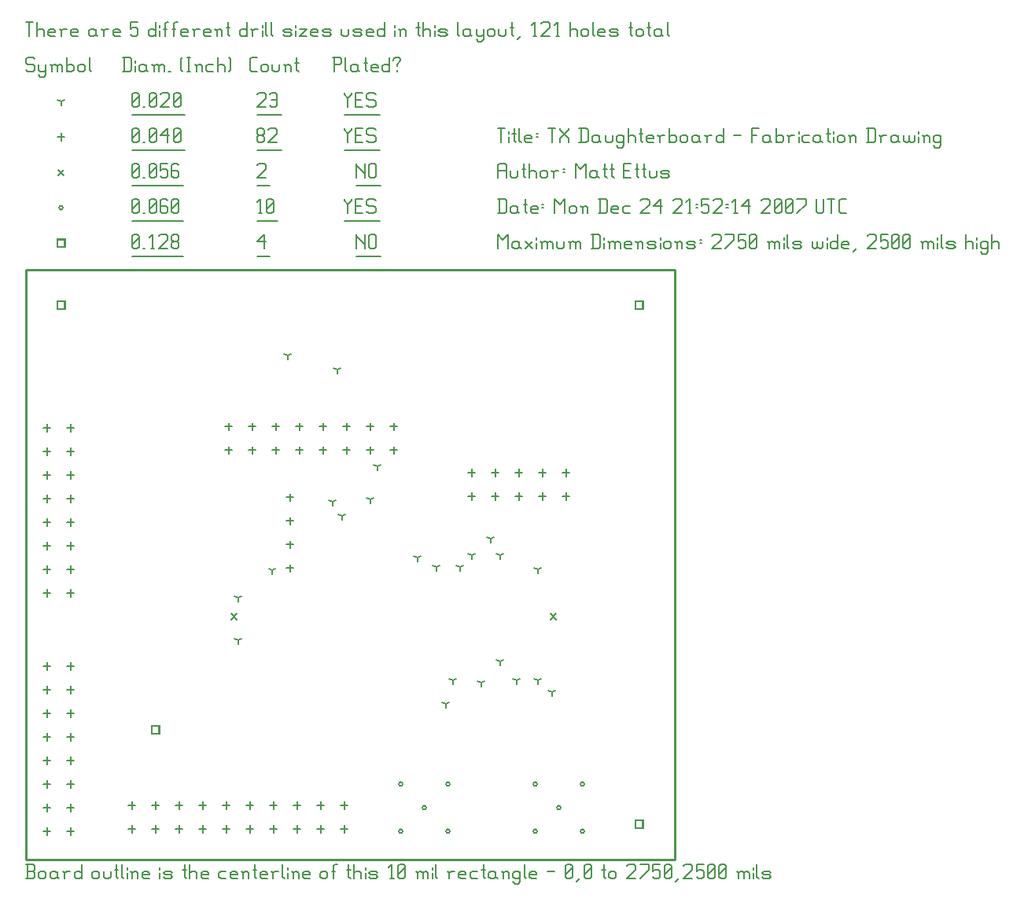
<source format=gbr>
G04 start of page 14 for group -3984 idx -3984
G04 Title: TX Daughterboard, fab *
G04 Creator: pcb 20070208 *
G04 CreationDate: Mon Dec 24 21:52:14 2007 UTC *
G04 For: matt *
G04 Format: Gerber/RS-274X *
G04 PCB-Dimensions: 275000 250000 *
G04 PCB-Coordinate-Origin: lower left *
%MOIN*%
%FSLAX24Y24*%
%LNFAB*%
%ADD11C,0.0100*%
%ADD12C,0.0060*%
%ADD29R,0.0080X0.0080*%
G54D29*X1340Y23660D02*X1660D01*
X1340D02*Y23340D01*
X1660D01*
Y23660D02*Y23340D01*
X25840Y23660D02*X26160D01*
X25840D02*Y23340D01*
X26160D01*
Y23660D02*Y23340D01*
X25840Y1660D02*X26160D01*
X25840D02*Y1340D01*
X26160D01*
Y1660D02*Y1340D01*
X5340Y5660D02*X5660D01*
X5340D02*Y5340D01*
X5660D01*
Y5660D02*Y5340D01*
X1340Y26285D02*X1660D01*
X1340D02*Y25965D01*
X1660D01*
Y26285D02*Y25965D01*
G54D12*X14000Y26500D02*Y25900D01*
Y26500D02*Y26425D01*
X14375Y26050D01*
Y26500D02*Y25900D01*
X14555Y26425D02*Y25975D01*
Y26425D02*X14630Y26500D01*
X14780D01*
X14855Y26425D01*
Y25975D01*
X14780Y25900D02*X14855Y25975D01*
X14630Y25900D02*X14780D01*
X14555Y25975D02*X14630Y25900D01*
X14000Y25574D02*X15035D01*
X9800Y26200D02*X10100Y26500D01*
X9800Y26200D02*X10175D01*
X10100Y26500D02*Y25900D01*
X9800Y25574D02*X10355D01*
X4500Y25975D02*X4575Y25900D01*
X4500Y26425D02*Y25975D01*
Y26425D02*X4575Y26500D01*
X4725D01*
X4800Y26425D01*
Y25975D01*
X4725Y25900D02*X4800Y25975D01*
X4575Y25900D02*X4725D01*
X4500Y26050D02*X4800Y26350D01*
X4980Y25900D02*X5055D01*
X5310D02*X5460D01*
X5385Y26500D02*Y25900D01*
X5235Y26350D02*X5385Y26500D01*
X5640Y26425D02*X5715Y26500D01*
X5940D01*
X6015Y26425D01*
Y26275D01*
X5640Y25900D02*X6015Y26275D01*
X5640Y25900D02*X6015D01*
X6195Y25975D02*X6270Y25900D01*
X6195Y26125D02*Y25975D01*
Y26125D02*X6270Y26200D01*
X6420D01*
X6495Y26125D01*
Y25975D01*
X6420Y25900D02*X6495Y25975D01*
X6270Y25900D02*X6420D01*
X6195Y26275D02*X6270Y26200D01*
X6195Y26425D02*Y26275D01*
Y26425D02*X6270Y26500D01*
X6420D01*
X6495Y26425D01*
Y26275D01*
X6420Y26200D02*X6495Y26275D01*
X4500Y25574D02*X6675D01*
X22520Y2200D02*G75*G03X22680Y2200I80J0D01*G01*
G75*G03X22520Y2200I-80J0D01*G01*
X21520Y1200D02*G75*G03X21680Y1200I80J0D01*G01*
G75*G03X21520Y1200I-80J0D01*G01*
Y3200D02*G75*G03X21680Y3200I80J0D01*G01*
G75*G03X21520Y3200I-80J0D01*G01*
X23520Y1200D02*G75*G03X23680Y1200I80J0D01*G01*
G75*G03X23520Y1200I-80J0D01*G01*
Y3200D02*G75*G03X23680Y3200I80J0D01*G01*
G75*G03X23520Y3200I-80J0D01*G01*
X16820Y2200D02*G75*G03X16980Y2200I80J0D01*G01*
G75*G03X16820Y2200I-80J0D01*G01*
X15820Y1200D02*G75*G03X15980Y1200I80J0D01*G01*
G75*G03X15820Y1200I-80J0D01*G01*
Y3200D02*G75*G03X15980Y3200I80J0D01*G01*
G75*G03X15820Y3200I-80J0D01*G01*
X17820Y1200D02*G75*G03X17980Y1200I80J0D01*G01*
G75*G03X17820Y1200I-80J0D01*G01*
Y3200D02*G75*G03X17980Y3200I80J0D01*G01*
G75*G03X17820Y3200I-80J0D01*G01*
X1420Y27625D02*G75*G03X1580Y27625I80J0D01*G01*
G75*G03X1420Y27625I-80J0D01*G01*
X13500Y28000D02*Y27925D01*
X13650Y27775D01*
X13800Y27925D01*
Y28000D02*Y27925D01*
X13650Y27775D02*Y27400D01*
X13980Y27700D02*X14205D01*
X13980Y27400D02*X14280D01*
X13980Y28000D02*Y27400D01*
Y28000D02*X14280D01*
X14760D02*X14835Y27925D01*
X14535Y28000D02*X14760D01*
X14460Y27925D02*X14535Y28000D01*
X14460Y27925D02*Y27775D01*
X14535Y27700D01*
X14760D01*
X14835Y27625D01*
Y27475D01*
X14760Y27400D02*X14835Y27475D01*
X14535Y27400D02*X14760D01*
X14460Y27475D02*X14535Y27400D01*
X13500Y27074D02*X15015D01*
X9875Y27400D02*X10025D01*
X9950Y28000D02*Y27400D01*
X9800Y27850D02*X9950Y28000D01*
X10205Y27475D02*X10280Y27400D01*
X10205Y27925D02*Y27475D01*
Y27925D02*X10280Y28000D01*
X10430D01*
X10505Y27925D01*
Y27475D01*
X10430Y27400D02*X10505Y27475D01*
X10280Y27400D02*X10430D01*
X10205Y27550D02*X10505Y27850D01*
X9800Y27074D02*X10685D01*
X4500Y27475D02*X4575Y27400D01*
X4500Y27925D02*Y27475D01*
Y27925D02*X4575Y28000D01*
X4725D01*
X4800Y27925D01*
Y27475D01*
X4725Y27400D02*X4800Y27475D01*
X4575Y27400D02*X4725D01*
X4500Y27550D02*X4800Y27850D01*
X4980Y27400D02*X5055D01*
X5235Y27475D02*X5310Y27400D01*
X5235Y27925D02*Y27475D01*
Y27925D02*X5310Y28000D01*
X5460D01*
X5535Y27925D01*
Y27475D01*
X5460Y27400D02*X5535Y27475D01*
X5310Y27400D02*X5460D01*
X5235Y27550D02*X5535Y27850D01*
X5940Y28000D02*X6015Y27925D01*
X5790Y28000D02*X5940D01*
X5715Y27925D02*X5790Y28000D01*
X5715Y27925D02*Y27475D01*
X5790Y27400D01*
X5940Y27700D02*X6015Y27625D01*
X5715Y27700D02*X5940D01*
X5790Y27400D02*X5940D01*
X6015Y27475D01*
Y27625D02*Y27475D01*
X6195D02*X6270Y27400D01*
X6195Y27925D02*Y27475D01*
Y27925D02*X6270Y28000D01*
X6420D01*
X6495Y27925D01*
Y27475D01*
X6420Y27400D02*X6495Y27475D01*
X6270Y27400D02*X6420D01*
X6195Y27550D02*X6495Y27850D01*
X4500Y27074D02*X6675D01*
X8710Y10420D02*X8950Y10180D01*
X8710D02*X8950Y10420D01*
X22253D02*X22493Y10180D01*
X22253D02*X22493Y10420D01*
X1380Y29245D02*X1620Y29005D01*
X1380D02*X1620Y29245D01*
X14000Y29500D02*Y28900D01*
Y29500D02*Y29425D01*
X14375Y29050D01*
Y29500D02*Y28900D01*
X14555Y29425D02*Y28975D01*
Y29425D02*X14630Y29500D01*
X14780D01*
X14855Y29425D01*
Y28975D01*
X14780Y28900D02*X14855Y28975D01*
X14630Y28900D02*X14780D01*
X14555Y28975D02*X14630Y28900D01*
X14000Y28574D02*X15035D01*
X9800Y29425D02*X9875Y29500D01*
X10100D01*
X10175Y29425D01*
Y29275D01*
X9800Y28900D02*X10175Y29275D01*
X9800Y28900D02*X10175D01*
X9800Y28574D02*X10355D01*
X4500Y28975D02*X4575Y28900D01*
X4500Y29425D02*Y28975D01*
Y29425D02*X4575Y29500D01*
X4725D01*
X4800Y29425D01*
Y28975D01*
X4725Y28900D02*X4800Y28975D01*
X4575Y28900D02*X4725D01*
X4500Y29050D02*X4800Y29350D01*
X4980Y28900D02*X5055D01*
X5235Y28975D02*X5310Y28900D01*
X5235Y29425D02*Y28975D01*
Y29425D02*X5310Y29500D01*
X5460D01*
X5535Y29425D01*
Y28975D01*
X5460Y28900D02*X5535Y28975D01*
X5310Y28900D02*X5460D01*
X5235Y29050D02*X5535Y29350D01*
X5715Y29500D02*X6015D01*
X5715D02*Y29200D01*
X5790Y29275D01*
X5940D01*
X6015Y29200D01*
Y28975D01*
X5940Y28900D02*X6015Y28975D01*
X5790Y28900D02*X5940D01*
X5715Y28975D02*X5790Y28900D01*
X6420Y29500D02*X6495Y29425D01*
X6270Y29500D02*X6420D01*
X6195Y29425D02*X6270Y29500D01*
X6195Y29425D02*Y28975D01*
X6270Y28900D01*
X6420Y29200D02*X6495Y29125D01*
X6195Y29200D02*X6420D01*
X6270Y28900D02*X6420D01*
X6495Y28975D01*
Y29125D02*Y28975D01*
X4500Y28574D02*X6675D01*
X8600Y17510D02*Y17190D01*
X8440Y17350D02*X8760D01*
X8600Y18510D02*Y18190D01*
X8440Y18350D02*X8760D01*
X9600Y17510D02*Y17190D01*
X9440Y17350D02*X9760D01*
X9600Y18510D02*Y18190D01*
X9440Y18350D02*X9760D01*
X10600Y17510D02*Y17190D01*
X10440Y17350D02*X10760D01*
X10600Y18510D02*Y18190D01*
X10440Y18350D02*X10760D01*
X11600Y17510D02*Y17190D01*
X11440Y17350D02*X11760D01*
X11600Y18510D02*Y18190D01*
X11440Y18350D02*X11760D01*
X12600Y17510D02*Y17190D01*
X12440Y17350D02*X12760D01*
X12600Y18510D02*Y18190D01*
X12440Y18350D02*X12760D01*
X13600Y17510D02*Y17190D01*
X13440Y17350D02*X13760D01*
X13600Y18510D02*Y18190D01*
X13440Y18350D02*X13760D01*
X14600Y17510D02*Y17190D01*
X14440Y17350D02*X14760D01*
X14600Y18510D02*Y18190D01*
X14440Y18350D02*X14760D01*
X15600Y17510D02*Y17190D01*
X15440Y17350D02*X15760D01*
X15600Y18510D02*Y18190D01*
X15440Y18350D02*X15760D01*
X1900Y11460D02*Y11140D01*
X1740Y11300D02*X2060D01*
X900Y11460D02*Y11140D01*
X740Y11300D02*X1060D01*
X1900Y12460D02*Y12140D01*
X1740Y12300D02*X2060D01*
X900Y12460D02*Y12140D01*
X740Y12300D02*X1060D01*
X1900Y13460D02*Y13140D01*
X1740Y13300D02*X2060D01*
X900Y13460D02*Y13140D01*
X740Y13300D02*X1060D01*
X1900Y14460D02*Y14140D01*
X1740Y14300D02*X2060D01*
X900Y14460D02*Y14140D01*
X740Y14300D02*X1060D01*
X1900Y15460D02*Y15140D01*
X1740Y15300D02*X2060D01*
X900Y15460D02*Y15140D01*
X740Y15300D02*X1060D01*
X1900Y16460D02*Y16140D01*
X1740Y16300D02*X2060D01*
X900Y16460D02*Y16140D01*
X740Y16300D02*X1060D01*
X1900Y17460D02*Y17140D01*
X1740Y17300D02*X2060D01*
X900Y17460D02*Y17140D01*
X740Y17300D02*X1060D01*
X1900Y18460D02*Y18140D01*
X1740Y18300D02*X2060D01*
X900Y18460D02*Y18140D01*
X740Y18300D02*X1060D01*
X4500Y1460D02*Y1140D01*
X4340Y1300D02*X4660D01*
X4500Y2460D02*Y2140D01*
X4340Y2300D02*X4660D01*
X5500Y1460D02*Y1140D01*
X5340Y1300D02*X5660D01*
X5500Y2460D02*Y2140D01*
X5340Y2300D02*X5660D01*
X6500Y1460D02*Y1140D01*
X6340Y1300D02*X6660D01*
X6500Y2460D02*Y2140D01*
X6340Y2300D02*X6660D01*
X7500Y1460D02*Y1140D01*
X7340Y1300D02*X7660D01*
X7500Y2460D02*Y2140D01*
X7340Y2300D02*X7660D01*
X8500Y1460D02*Y1140D01*
X8340Y1300D02*X8660D01*
X8500Y2460D02*Y2140D01*
X8340Y2300D02*X8660D01*
X9500Y1460D02*Y1140D01*
X9340Y1300D02*X9660D01*
X9500Y2460D02*Y2140D01*
X9340Y2300D02*X9660D01*
X10500Y1460D02*Y1140D01*
X10340Y1300D02*X10660D01*
X10500Y2460D02*Y2140D01*
X10340Y2300D02*X10660D01*
X11500Y1460D02*Y1140D01*
X11340Y1300D02*X11660D01*
X11500Y2460D02*Y2140D01*
X11340Y2300D02*X11660D01*
X12500Y1460D02*Y1140D01*
X12340Y1300D02*X12660D01*
X12500Y2460D02*Y2140D01*
X12340Y2300D02*X12660D01*
X13500Y1460D02*Y1140D01*
X13340Y1300D02*X13660D01*
X13500Y2460D02*Y2140D01*
X13340Y2300D02*X13660D01*
X18900Y15560D02*Y15240D01*
X18740Y15400D02*X19060D01*
X18900Y16560D02*Y16240D01*
X18740Y16400D02*X19060D01*
X19900Y15560D02*Y15240D01*
X19740Y15400D02*X20060D01*
X19900Y16560D02*Y16240D01*
X19740Y16400D02*X20060D01*
X20900Y15560D02*Y15240D01*
X20740Y15400D02*X21060D01*
X20900Y16560D02*Y16240D01*
X20740Y16400D02*X21060D01*
X21900Y15560D02*Y15240D01*
X21740Y15400D02*X22060D01*
X21900Y16560D02*Y16240D01*
X21740Y16400D02*X22060D01*
X22900Y15560D02*Y15240D01*
X22740Y15400D02*X23060D01*
X22900Y16560D02*Y16240D01*
X22740Y16400D02*X23060D01*
X11200Y12510D02*Y12190D01*
X11040Y12350D02*X11360D01*
X11200Y13510D02*Y13190D01*
X11040Y13350D02*X11360D01*
X11200Y14510D02*Y14190D01*
X11040Y14350D02*X11360D01*
X11200Y15510D02*Y15190D01*
X11040Y15350D02*X11360D01*
X1900Y1360D02*Y1040D01*
X1740Y1200D02*X2060D01*
X900Y1360D02*Y1040D01*
X740Y1200D02*X1060D01*
X1900Y2360D02*Y2040D01*
X1740Y2200D02*X2060D01*
X900Y2360D02*Y2040D01*
X740Y2200D02*X1060D01*
X1900Y3360D02*Y3040D01*
X1740Y3200D02*X2060D01*
X900Y3360D02*Y3040D01*
X740Y3200D02*X1060D01*
X1900Y4360D02*Y4040D01*
X1740Y4200D02*X2060D01*
X900Y4360D02*Y4040D01*
X740Y4200D02*X1060D01*
X1900Y5360D02*Y5040D01*
X1740Y5200D02*X2060D01*
X900Y5360D02*Y5040D01*
X740Y5200D02*X1060D01*
X1900Y6360D02*Y6040D01*
X1740Y6200D02*X2060D01*
X900Y6360D02*Y6040D01*
X740Y6200D02*X1060D01*
X1900Y7360D02*Y7040D01*
X1740Y7200D02*X2060D01*
X900Y7360D02*Y7040D01*
X740Y7200D02*X1060D01*
X1900Y8360D02*Y8040D01*
X1740Y8200D02*X2060D01*
X900Y8360D02*Y8040D01*
X740Y8200D02*X1060D01*
X1500Y30785D02*Y30465D01*
X1340Y30625D02*X1660D01*
X13500Y31000D02*Y30925D01*
X13650Y30775D01*
X13800Y30925D01*
Y31000D02*Y30925D01*
X13650Y30775D02*Y30400D01*
X13980Y30700D02*X14205D01*
X13980Y30400D02*X14280D01*
X13980Y31000D02*Y30400D01*
Y31000D02*X14280D01*
X14760D02*X14835Y30925D01*
X14535Y31000D02*X14760D01*
X14460Y30925D02*X14535Y31000D01*
X14460Y30925D02*Y30775D01*
X14535Y30700D01*
X14760D01*
X14835Y30625D01*
Y30475D01*
X14760Y30400D02*X14835Y30475D01*
X14535Y30400D02*X14760D01*
X14460Y30475D02*X14535Y30400D01*
X13500Y30074D02*X15015D01*
X9800Y30475D02*X9875Y30400D01*
X9800Y30625D02*Y30475D01*
Y30625D02*X9875Y30700D01*
X10025D01*
X10100Y30625D01*
Y30475D01*
X10025Y30400D02*X10100Y30475D01*
X9875Y30400D02*X10025D01*
X9800Y30775D02*X9875Y30700D01*
X9800Y30925D02*Y30775D01*
Y30925D02*X9875Y31000D01*
X10025D01*
X10100Y30925D01*
Y30775D01*
X10025Y30700D02*X10100Y30775D01*
X10280Y30925D02*X10355Y31000D01*
X10580D01*
X10655Y30925D01*
Y30775D01*
X10280Y30400D02*X10655Y30775D01*
X10280Y30400D02*X10655D01*
X9800Y30074D02*X10835D01*
X4500Y30475D02*X4575Y30400D01*
X4500Y30925D02*Y30475D01*
Y30925D02*X4575Y31000D01*
X4725D01*
X4800Y30925D01*
Y30475D01*
X4725Y30400D02*X4800Y30475D01*
X4575Y30400D02*X4725D01*
X4500Y30550D02*X4800Y30850D01*
X4980Y30400D02*X5055D01*
X5235Y30475D02*X5310Y30400D01*
X5235Y30925D02*Y30475D01*
Y30925D02*X5310Y31000D01*
X5460D01*
X5535Y30925D01*
Y30475D01*
X5460Y30400D02*X5535Y30475D01*
X5310Y30400D02*X5460D01*
X5235Y30550D02*X5535Y30850D01*
X5715Y30700D02*X6015Y31000D01*
X5715Y30700D02*X6090D01*
X6015Y31000D02*Y30400D01*
X6270Y30475D02*X6345Y30400D01*
X6270Y30925D02*Y30475D01*
Y30925D02*X6345Y31000D01*
X6495D01*
X6570Y30925D01*
Y30475D01*
X6495Y30400D02*X6570Y30475D01*
X6345Y30400D02*X6495D01*
X6270Y30550D02*X6570Y30850D01*
X4500Y30074D02*X6750D01*
X13200Y20750D02*Y20590D01*
Y20750D02*X13338Y20830D01*
X13200Y20750D02*X13061Y20830D01*
X11100Y21350D02*Y21190D01*
Y21350D02*X11238Y21430D01*
X11100Y21350D02*X10961Y21430D01*
X18900Y12900D02*Y12740D01*
Y12900D02*X19038Y12980D01*
X18900Y12900D02*X18761Y12980D01*
X20100Y12900D02*Y12740D01*
Y12900D02*X20238Y12980D01*
X20100Y12900D02*X19961Y12980D01*
X19700Y13600D02*Y13440D01*
Y13600D02*X19838Y13680D01*
X19700Y13600D02*X19561Y13680D01*
X17400Y12400D02*Y12240D01*
Y12400D02*X17538Y12480D01*
X17400Y12400D02*X17261Y12480D01*
X21700Y7600D02*Y7440D01*
Y7600D02*X21838Y7680D01*
X21700Y7600D02*X21561Y7680D01*
X21700Y12300D02*Y12140D01*
Y12300D02*X21838Y12380D01*
X21700Y12300D02*X21561Y12380D01*
X19300Y7500D02*Y7340D01*
Y7500D02*X19438Y7580D01*
X19300Y7500D02*X19161Y7580D01*
X20800Y7600D02*Y7440D01*
Y7600D02*X20938Y7680D01*
X20800Y7600D02*X20661Y7680D01*
X20100Y8400D02*Y8240D01*
Y8400D02*X20238Y8480D01*
X20100Y8400D02*X19961Y8480D01*
X18100Y7600D02*Y7440D01*
Y7600D02*X18238Y7680D01*
X18100Y7600D02*X17961Y7680D01*
X17800Y6600D02*Y6440D01*
Y6600D02*X17938Y6680D01*
X17800Y6600D02*X17661Y6680D01*
X18400Y12400D02*Y12240D01*
Y12400D02*X18538Y12480D01*
X18400Y12400D02*X18261Y12480D01*
X9000Y11100D02*Y10940D01*
Y11100D02*X9138Y11180D01*
X9000Y11100D02*X8861Y11180D01*
X9000Y9300D02*Y9140D01*
Y9300D02*X9138Y9380D01*
X9000Y9300D02*X8861Y9380D01*
X16600Y12800D02*Y12640D01*
Y12800D02*X16738Y12880D01*
X16600Y12800D02*X16461Y12880D01*
X10450Y12250D02*Y12090D01*
Y12250D02*X10588Y12330D01*
X10450Y12250D02*X10311Y12330D01*
X14900Y16650D02*Y16490D01*
Y16650D02*X15038Y16730D01*
X14900Y16650D02*X14761Y16730D01*
X14600Y15250D02*Y15090D01*
Y15250D02*X14738Y15330D01*
X14600Y15250D02*X14461Y15330D01*
X13000Y15150D02*Y14990D01*
Y15150D02*X13138Y15230D01*
X13000Y15150D02*X12861Y15230D01*
X13400Y14550D02*Y14390D01*
Y14550D02*X13538Y14630D01*
X13400Y14550D02*X13261Y14630D01*
X22300Y7100D02*Y6940D01*
Y7100D02*X22438Y7180D01*
X22300Y7100D02*X22161Y7180D01*
X1500Y32125D02*Y31965D01*
Y32125D02*X1638Y32205D01*
X1500Y32125D02*X1361Y32205D01*
X13500Y32500D02*Y32425D01*
X13650Y32275D01*
X13800Y32425D01*
Y32500D02*Y32425D01*
X13650Y32275D02*Y31900D01*
X13980Y32200D02*X14205D01*
X13980Y31900D02*X14280D01*
X13980Y32500D02*Y31900D01*
Y32500D02*X14280D01*
X14760D02*X14835Y32425D01*
X14535Y32500D02*X14760D01*
X14460Y32425D02*X14535Y32500D01*
X14460Y32425D02*Y32275D01*
X14535Y32200D01*
X14760D01*
X14835Y32125D01*
Y31975D01*
X14760Y31900D02*X14835Y31975D01*
X14535Y31900D02*X14760D01*
X14460Y31975D02*X14535Y31900D01*
X13500Y31574D02*X15015D01*
X9800Y32425D02*X9875Y32500D01*
X10100D01*
X10175Y32425D01*
Y32275D01*
X9800Y31900D02*X10175Y32275D01*
X9800Y31900D02*X10175D01*
X10355Y32425D02*X10430Y32500D01*
X10580D01*
X10655Y32425D01*
Y31975D01*
X10580Y31900D02*X10655Y31975D01*
X10430Y31900D02*X10580D01*
X10355Y31975D02*X10430Y31900D01*
Y32200D02*X10655D01*
X9800Y31574D02*X10835D01*
X4500Y31975D02*X4575Y31900D01*
X4500Y32425D02*Y31975D01*
Y32425D02*X4575Y32500D01*
X4725D01*
X4800Y32425D01*
Y31975D01*
X4725Y31900D02*X4800Y31975D01*
X4575Y31900D02*X4725D01*
X4500Y32050D02*X4800Y32350D01*
X4980Y31900D02*X5055D01*
X5235Y31975D02*X5310Y31900D01*
X5235Y32425D02*Y31975D01*
Y32425D02*X5310Y32500D01*
X5460D01*
X5535Y32425D01*
Y31975D01*
X5460Y31900D02*X5535Y31975D01*
X5310Y31900D02*X5460D01*
X5235Y32050D02*X5535Y32350D01*
X5715Y32425D02*X5790Y32500D01*
X6015D01*
X6090Y32425D01*
Y32275D01*
X5715Y31900D02*X6090Y32275D01*
X5715Y31900D02*X6090D01*
X6270Y31975D02*X6345Y31900D01*
X6270Y32425D02*Y31975D01*
Y32425D02*X6345Y32500D01*
X6495D01*
X6570Y32425D01*
Y31975D01*
X6495Y31900D02*X6570Y31975D01*
X6345Y31900D02*X6495D01*
X6270Y32050D02*X6570Y32350D01*
X4500Y31574D02*X6750D01*
X300Y34000D02*X375Y33925D01*
X75Y34000D02*X300D01*
X0Y33925D02*X75Y34000D01*
X0Y33925D02*Y33775D01*
X75Y33700D01*
X300D01*
X375Y33625D01*
Y33475D01*
X300Y33400D02*X375Y33475D01*
X75Y33400D02*X300D01*
X0Y33475D02*X75Y33400D01*
X555Y33700D02*Y33475D01*
X630Y33400D01*
X855Y33700D02*Y33250D01*
X780Y33175D02*X855Y33250D01*
X630Y33175D02*X780D01*
X555Y33250D02*X630Y33175D01*
Y33400D02*X780D01*
X855Y33475D01*
X1110Y33625D02*Y33400D01*
Y33625D02*X1185Y33700D01*
X1260D01*
X1335Y33625D01*
Y33400D01*
Y33625D02*X1410Y33700D01*
X1485D01*
X1560Y33625D01*
Y33400D01*
X1035Y33700D02*X1110Y33625D01*
X1740Y34000D02*Y33400D01*
Y33475D02*X1815Y33400D01*
X1965D01*
X2040Y33475D01*
Y33625D02*Y33475D01*
X1965Y33700D02*X2040Y33625D01*
X1815Y33700D02*X1965D01*
X1740Y33625D02*X1815Y33700D01*
X2220Y33625D02*Y33475D01*
Y33625D02*X2295Y33700D01*
X2445D01*
X2520Y33625D01*
Y33475D01*
X2445Y33400D02*X2520Y33475D01*
X2295Y33400D02*X2445D01*
X2220Y33475D02*X2295Y33400D01*
X2700Y34000D02*Y33475D01*
X2775Y33400D01*
X4175Y34000D02*Y33400D01*
X4400Y34000D02*X4475Y33925D01*
Y33475D01*
X4400Y33400D02*X4475Y33475D01*
X4100Y33400D02*X4400D01*
X4100Y34000D02*X4400D01*
X4655Y33850D02*Y33775D01*
Y33625D02*Y33400D01*
X5030Y33700D02*X5105Y33625D01*
X4880Y33700D02*X5030D01*
X4805Y33625D02*X4880Y33700D01*
X4805Y33625D02*Y33475D01*
X4880Y33400D01*
X5105Y33700D02*Y33475D01*
X5180Y33400D01*
X4880D02*X5030D01*
X5105Y33475D01*
X5435Y33625D02*Y33400D01*
Y33625D02*X5510Y33700D01*
X5585D01*
X5660Y33625D01*
Y33400D01*
Y33625D02*X5735Y33700D01*
X5810D01*
X5885Y33625D01*
Y33400D01*
X5360Y33700D02*X5435Y33625D01*
X6065Y33400D02*X6140D01*
X6590Y33475D02*X6665Y33400D01*
X6590Y33925D02*X6665Y34000D01*
X6590Y33925D02*Y33475D01*
X6845Y34000D02*X6995D01*
X6920D02*Y33400D01*
X6845D02*X6995D01*
X7251Y33625D02*Y33400D01*
Y33625D02*X7326Y33700D01*
X7401D01*
X7476Y33625D01*
Y33400D01*
X7176Y33700D02*X7251Y33625D01*
X7731Y33700D02*X7956D01*
X7656Y33625D02*X7731Y33700D01*
X7656Y33625D02*Y33475D01*
X7731Y33400D01*
X7956D01*
X8136Y34000D02*Y33400D01*
Y33625D02*X8211Y33700D01*
X8361D01*
X8436Y33625D01*
Y33400D01*
X8616Y34000D02*X8691Y33925D01*
Y33475D01*
X8616Y33400D02*X8691Y33475D01*
X9575Y33400D02*X9800D01*
X9500Y33475D02*X9575Y33400D01*
X9500Y33925D02*Y33475D01*
Y33925D02*X9575Y34000D01*
X9800D01*
X9980Y33625D02*Y33475D01*
Y33625D02*X10055Y33700D01*
X10205D01*
X10280Y33625D01*
Y33475D01*
X10205Y33400D02*X10280Y33475D01*
X10055Y33400D02*X10205D01*
X9980Y33475D02*X10055Y33400D01*
X10460Y33700D02*Y33475D01*
X10535Y33400D01*
X10685D01*
X10760Y33475D01*
Y33700D02*Y33475D01*
X11015Y33625D02*Y33400D01*
Y33625D02*X11090Y33700D01*
X11165D01*
X11240Y33625D01*
Y33400D01*
X10940Y33700D02*X11015Y33625D01*
X11495Y34000D02*Y33475D01*
X11570Y33400D01*
X11420Y33775D02*X11570D01*
X13075Y34000D02*Y33400D01*
X13000Y34000D02*X13300D01*
X13375Y33925D01*
Y33775D01*
X13300Y33700D02*X13375Y33775D01*
X13075Y33700D02*X13300D01*
X13555Y34000D02*Y33475D01*
X13630Y33400D01*
X14005Y33700D02*X14080Y33625D01*
X13855Y33700D02*X14005D01*
X13780Y33625D02*X13855Y33700D01*
X13780Y33625D02*Y33475D01*
X13855Y33400D01*
X14080Y33700D02*Y33475D01*
X14155Y33400D01*
X13855D02*X14005D01*
X14080Y33475D01*
X14410Y34000D02*Y33475D01*
X14485Y33400D01*
X14335Y33775D02*X14485D01*
X14710Y33400D02*X14935D01*
X14635Y33475D02*X14710Y33400D01*
X14635Y33625D02*Y33475D01*
Y33625D02*X14710Y33700D01*
X14860D01*
X14935Y33625D01*
X14635Y33550D02*X14935D01*
Y33625D02*Y33550D01*
X15415Y34000D02*Y33400D01*
X15340D02*X15415Y33475D01*
X15190Y33400D02*X15340D01*
X15115Y33475D02*X15190Y33400D01*
X15115Y33625D02*Y33475D01*
Y33625D02*X15190Y33700D01*
X15340D01*
X15415Y33625D01*
X15745Y33700D02*Y33625D01*
Y33475D02*Y33400D01*
X15595Y33925D02*Y33850D01*
Y33925D02*X15670Y34000D01*
X15820D01*
X15895Y33925D01*
Y33850D01*
X15745Y33700D02*X15895Y33850D01*
X0Y35500D02*X300D01*
X150D02*Y34900D01*
X480Y35500D02*Y34900D01*
Y35125D02*X555Y35200D01*
X705D01*
X780Y35125D01*
Y34900D01*
X1035D02*X1260D01*
X960Y34975D02*X1035Y34900D01*
X960Y35125D02*Y34975D01*
Y35125D02*X1035Y35200D01*
X1185D01*
X1260Y35125D01*
X960Y35050D02*X1260D01*
Y35125D02*Y35050D01*
X1515Y35125D02*Y34900D01*
Y35125D02*X1590Y35200D01*
X1740D01*
X1440D02*X1515Y35125D01*
X1995Y34900D02*X2220D01*
X1920Y34975D02*X1995Y34900D01*
X1920Y35125D02*Y34975D01*
Y35125D02*X1995Y35200D01*
X2145D01*
X2220Y35125D01*
X1920Y35050D02*X2220D01*
Y35125D02*Y35050D01*
X2895Y35200D02*X2970Y35125D01*
X2745Y35200D02*X2895D01*
X2670Y35125D02*X2745Y35200D01*
X2670Y35125D02*Y34975D01*
X2745Y34900D01*
X2970Y35200D02*Y34975D01*
X3045Y34900D01*
X2745D02*X2895D01*
X2970Y34975D01*
X3300Y35125D02*Y34900D01*
Y35125D02*X3375Y35200D01*
X3525D01*
X3225D02*X3300Y35125D01*
X3781Y34900D02*X4006D01*
X3706Y34975D02*X3781Y34900D01*
X3706Y35125D02*Y34975D01*
Y35125D02*X3781Y35200D01*
X3931D01*
X4006Y35125D01*
X3706Y35050D02*X4006D01*
Y35125D02*Y35050D01*
X4456Y35500D02*X4756D01*
X4456D02*Y35200D01*
X4531Y35275D01*
X4681D01*
X4756Y35200D01*
Y34975D01*
X4681Y34900D02*X4756Y34975D01*
X4531Y34900D02*X4681D01*
X4456Y34975D02*X4531Y34900D01*
X5506Y35500D02*Y34900D01*
X5431D02*X5506Y34975D01*
X5281Y34900D02*X5431D01*
X5206Y34975D02*X5281Y34900D01*
X5206Y35125D02*Y34975D01*
Y35125D02*X5281Y35200D01*
X5431D01*
X5506Y35125D01*
X5686Y35350D02*Y35275D01*
Y35125D02*Y34900D01*
X5911Y35425D02*Y34900D01*
Y35425D02*X5986Y35500D01*
X6061D01*
X5836Y35200D02*X5986D01*
X6286Y35425D02*Y34900D01*
Y35425D02*X6361Y35500D01*
X6436D01*
X6211Y35200D02*X6361D01*
X6661Y34900D02*X6886D01*
X6586Y34975D02*X6661Y34900D01*
X6586Y35125D02*Y34975D01*
Y35125D02*X6661Y35200D01*
X6811D01*
X6886Y35125D01*
X6586Y35050D02*X6886D01*
Y35125D02*Y35050D01*
X7142Y35125D02*Y34900D01*
Y35125D02*X7217Y35200D01*
X7367D01*
X7067D02*X7142Y35125D01*
X7622Y34900D02*X7847D01*
X7547Y34975D02*X7622Y34900D01*
X7547Y35125D02*Y34975D01*
Y35125D02*X7622Y35200D01*
X7772D01*
X7847Y35125D01*
X7547Y35050D02*X7847D01*
Y35125D02*Y35050D01*
X8102Y35125D02*Y34900D01*
Y35125D02*X8177Y35200D01*
X8252D01*
X8327Y35125D01*
Y34900D01*
X8027Y35200D02*X8102Y35125D01*
X8582Y35500D02*Y34975D01*
X8657Y34900D01*
X8507Y35275D02*X8657D01*
X9377Y35500D02*Y34900D01*
X9302D02*X9377Y34975D01*
X9152Y34900D02*X9302D01*
X9077Y34975D02*X9152Y34900D01*
X9077Y35125D02*Y34975D01*
Y35125D02*X9152Y35200D01*
X9302D01*
X9377Y35125D01*
X9632D02*Y34900D01*
Y35125D02*X9707Y35200D01*
X9857D01*
X9557D02*X9632Y35125D01*
X10038Y35350D02*Y35275D01*
Y35125D02*Y34900D01*
X10188Y35500D02*Y34975D01*
X10263Y34900D01*
X10413Y35500D02*Y34975D01*
X10488Y34900D01*
X10983D02*X11208D01*
X11283Y34975D01*
X11208Y35050D02*X11283Y34975D01*
X10983Y35050D02*X11208D01*
X10908Y35125D02*X10983Y35050D01*
X10908Y35125D02*X10983Y35200D01*
X11208D01*
X11283Y35125D01*
X10908Y34975D02*X10983Y34900D01*
X11463Y35350D02*Y35275D01*
Y35125D02*Y34900D01*
X11613Y35200D02*X11913D01*
X11613Y34900D02*X11913Y35200D01*
X11613Y34900D02*X11913D01*
X12168D02*X12393D01*
X12093Y34975D02*X12168Y34900D01*
X12093Y35125D02*Y34975D01*
Y35125D02*X12168Y35200D01*
X12318D01*
X12393Y35125D01*
X12093Y35050D02*X12393D01*
Y35125D02*Y35050D01*
X12649Y34900D02*X12874D01*
X12949Y34975D01*
X12874Y35050D02*X12949Y34975D01*
X12649Y35050D02*X12874D01*
X12574Y35125D02*X12649Y35050D01*
X12574Y35125D02*X12649Y35200D01*
X12874D01*
X12949Y35125D01*
X12574Y34975D02*X12649Y34900D01*
X13399Y35200D02*Y34975D01*
X13474Y34900D01*
X13624D01*
X13699Y34975D01*
Y35200D02*Y34975D01*
X13954Y34900D02*X14179D01*
X14254Y34975D01*
X14179Y35050D02*X14254Y34975D01*
X13954Y35050D02*X14179D01*
X13879Y35125D02*X13954Y35050D01*
X13879Y35125D02*X13954Y35200D01*
X14179D01*
X14254Y35125D01*
X13879Y34975D02*X13954Y34900D01*
X14509D02*X14734D01*
X14434Y34975D02*X14509Y34900D01*
X14434Y35125D02*Y34975D01*
Y35125D02*X14509Y35200D01*
X14659D01*
X14734Y35125D01*
X14434Y35050D02*X14734D01*
Y35125D02*Y35050D01*
X15214Y35500D02*Y34900D01*
X15139D02*X15214Y34975D01*
X14989Y34900D02*X15139D01*
X14914Y34975D02*X14989Y34900D01*
X14914Y35125D02*Y34975D01*
Y35125D02*X14989Y35200D01*
X15139D01*
X15214Y35125D01*
X15664Y35350D02*Y35275D01*
Y35125D02*Y34900D01*
X15889Y35125D02*Y34900D01*
Y35125D02*X15964Y35200D01*
X16039D01*
X16114Y35125D01*
Y34900D01*
X15814Y35200D02*X15889Y35125D01*
X16640Y35500D02*Y34975D01*
X16715Y34900D01*
X16565Y35275D02*X16715D01*
X16865Y35500D02*Y34900D01*
Y35125D02*X16940Y35200D01*
X17090D01*
X17165Y35125D01*
Y34900D01*
X17345Y35350D02*Y35275D01*
Y35125D02*Y34900D01*
X17570D02*X17795D01*
X17870Y34975D01*
X17795Y35050D02*X17870Y34975D01*
X17570Y35050D02*X17795D01*
X17495Y35125D02*X17570Y35050D01*
X17495Y35125D02*X17570Y35200D01*
X17795D01*
X17870Y35125D01*
X17495Y34975D02*X17570Y34900D01*
X18320Y35500D02*Y34975D01*
X18395Y34900D01*
X18770Y35200D02*X18845Y35125D01*
X18620Y35200D02*X18770D01*
X18545Y35125D02*X18620Y35200D01*
X18545Y35125D02*Y34975D01*
X18620Y34900D01*
X18845Y35200D02*Y34975D01*
X18920Y34900D01*
X18620D02*X18770D01*
X18845Y34975D01*
X19101Y35200D02*Y34975D01*
X19176Y34900D01*
X19401Y35200D02*Y34750D01*
X19326Y34675D02*X19401Y34750D01*
X19176Y34675D02*X19326D01*
X19101Y34750D02*X19176Y34675D01*
Y34900D02*X19326D01*
X19401Y34975D01*
X19581Y35125D02*Y34975D01*
Y35125D02*X19656Y35200D01*
X19806D01*
X19881Y35125D01*
Y34975D01*
X19806Y34900D02*X19881Y34975D01*
X19656Y34900D02*X19806D01*
X19581Y34975D02*X19656Y34900D01*
X20061Y35200D02*Y34975D01*
X20136Y34900D01*
X20286D01*
X20361Y34975D01*
Y35200D02*Y34975D01*
X20616Y35500D02*Y34975D01*
X20691Y34900D01*
X20541Y35275D02*X20691D01*
X20841Y34750D02*X20991Y34900D01*
X21516D02*X21666D01*
X21591Y35500D02*Y34900D01*
X21441Y35350D02*X21591Y35500D01*
X21846Y35425D02*X21921Y35500D01*
X22146D01*
X22221Y35425D01*
Y35275D01*
X21846Y34900D02*X22221Y35275D01*
X21846Y34900D02*X22221D01*
X22477D02*X22627D01*
X22552Y35500D02*Y34900D01*
X22402Y35350D02*X22552Y35500D01*
X23077D02*Y34900D01*
Y35125D02*X23152Y35200D01*
X23302D01*
X23377Y35125D01*
Y34900D01*
X23557Y35125D02*Y34975D01*
Y35125D02*X23632Y35200D01*
X23782D01*
X23857Y35125D01*
Y34975D01*
X23782Y34900D02*X23857Y34975D01*
X23632Y34900D02*X23782D01*
X23557Y34975D02*X23632Y34900D01*
X24037Y35500D02*Y34975D01*
X24112Y34900D01*
X24337D02*X24562D01*
X24262Y34975D02*X24337Y34900D01*
X24262Y35125D02*Y34975D01*
Y35125D02*X24337Y35200D01*
X24487D01*
X24562Y35125D01*
X24262Y35050D02*X24562D01*
Y35125D02*Y35050D01*
X24817Y34900D02*X25042D01*
X25117Y34975D01*
X25042Y35050D02*X25117Y34975D01*
X24817Y35050D02*X25042D01*
X24742Y35125D02*X24817Y35050D01*
X24742Y35125D02*X24817Y35200D01*
X25042D01*
X25117Y35125D01*
X24742Y34975D02*X24817Y34900D01*
X25642Y35500D02*Y34975D01*
X25717Y34900D01*
X25567Y35275D02*X25717D01*
X25868Y35125D02*Y34975D01*
Y35125D02*X25943Y35200D01*
X26093D01*
X26168Y35125D01*
Y34975D01*
X26093Y34900D02*X26168Y34975D01*
X25943Y34900D02*X26093D01*
X25868Y34975D02*X25943Y34900D01*
X26423Y35500D02*Y34975D01*
X26498Y34900D01*
X26348Y35275D02*X26498D01*
X26873Y35200D02*X26948Y35125D01*
X26723Y35200D02*X26873D01*
X26648Y35125D02*X26723Y35200D01*
X26648Y35125D02*Y34975D01*
X26723Y34900D01*
X26948Y35200D02*Y34975D01*
X27023Y34900D01*
X26723D02*X26873D01*
X26948Y34975D01*
X27203Y35500D02*Y34975D01*
X27278Y34900D01*
G54D11*X0Y25000D02*X27500D01*
X0D02*Y0D01*
X27500Y25000D02*Y0D01*
X0D02*X27500D01*
G54D12*X20000Y26500D02*Y25900D01*
Y26500D02*X20225Y26275D01*
X20450Y26500D01*
Y25900D01*
X20855Y26200D02*X20930Y26125D01*
X20705Y26200D02*X20855D01*
X20630Y26125D02*X20705Y26200D01*
X20630Y26125D02*Y25975D01*
X20705Y25900D01*
X20930Y26200D02*Y25975D01*
X21005Y25900D01*
X20705D02*X20855D01*
X20930Y25975D01*
X21185Y26200D02*X21485Y25900D01*
X21185D02*X21485Y26200D01*
X21665Y26350D02*Y26275D01*
Y26125D02*Y25900D01*
X21890Y26125D02*Y25900D01*
Y26125D02*X21965Y26200D01*
X22040D01*
X22115Y26125D01*
Y25900D01*
Y26125D02*X22190Y26200D01*
X22265D01*
X22340Y26125D01*
Y25900D01*
X21815Y26200D02*X21890Y26125D01*
X22520Y26200D02*Y25975D01*
X22595Y25900D01*
X22745D01*
X22820Y25975D01*
Y26200D02*Y25975D01*
X23075Y26125D02*Y25900D01*
Y26125D02*X23150Y26200D01*
X23225D01*
X23300Y26125D01*
Y25900D01*
Y26125D02*X23375Y26200D01*
X23450D01*
X23525Y26125D01*
Y25900D01*
X23000Y26200D02*X23075Y26125D01*
X24051Y26500D02*Y25900D01*
X24276Y26500D02*X24351Y26425D01*
Y25975D01*
X24276Y25900D02*X24351Y25975D01*
X23976Y25900D02*X24276D01*
X23976Y26500D02*X24276D01*
X24531Y26350D02*Y26275D01*
Y26125D02*Y25900D01*
X24756Y26125D02*Y25900D01*
Y26125D02*X24831Y26200D01*
X24906D01*
X24981Y26125D01*
Y25900D01*
Y26125D02*X25056Y26200D01*
X25131D01*
X25206Y26125D01*
Y25900D01*
X24681Y26200D02*X24756Y26125D01*
X25461Y25900D02*X25686D01*
X25386Y25975D02*X25461Y25900D01*
X25386Y26125D02*Y25975D01*
Y26125D02*X25461Y26200D01*
X25611D01*
X25686Y26125D01*
X25386Y26050D02*X25686D01*
Y26125D02*Y26050D01*
X25941Y26125D02*Y25900D01*
Y26125D02*X26016Y26200D01*
X26091D01*
X26166Y26125D01*
Y25900D01*
X25866Y26200D02*X25941Y26125D01*
X26421Y25900D02*X26646D01*
X26721Y25975D01*
X26646Y26050D02*X26721Y25975D01*
X26421Y26050D02*X26646D01*
X26346Y26125D02*X26421Y26050D01*
X26346Y26125D02*X26421Y26200D01*
X26646D01*
X26721Y26125D01*
X26346Y25975D02*X26421Y25900D01*
X26901Y26350D02*Y26275D01*
Y26125D02*Y25900D01*
X27052Y26125D02*Y25975D01*
Y26125D02*X27127Y26200D01*
X27277D01*
X27352Y26125D01*
Y25975D01*
X27277Y25900D02*X27352Y25975D01*
X27127Y25900D02*X27277D01*
X27052Y25975D02*X27127Y25900D01*
X27607Y26125D02*Y25900D01*
Y26125D02*X27682Y26200D01*
X27757D01*
X27832Y26125D01*
Y25900D01*
X27532Y26200D02*X27607Y26125D01*
X28087Y25900D02*X28312D01*
X28387Y25975D01*
X28312Y26050D02*X28387Y25975D01*
X28087Y26050D02*X28312D01*
X28012Y26125D02*X28087Y26050D01*
X28012Y26125D02*X28087Y26200D01*
X28312D01*
X28387Y26125D01*
X28012Y25975D02*X28087Y25900D01*
X28567Y26275D02*X28642D01*
X28567Y26125D02*X28642D01*
X29092Y26425D02*X29167Y26500D01*
X29392D01*
X29467Y26425D01*
Y26275D01*
X29092Y25900D02*X29467Y26275D01*
X29092Y25900D02*X29467D01*
X29647D02*X30022Y26275D01*
Y26500D02*Y26275D01*
X29647Y26500D02*X30022D01*
X30203D02*X30503D01*
X30203D02*Y26200D01*
X30278Y26275D01*
X30428D01*
X30503Y26200D01*
Y25975D01*
X30428Y25900D02*X30503Y25975D01*
X30278Y25900D02*X30428D01*
X30203Y25975D02*X30278Y25900D01*
X30683Y25975D02*X30758Y25900D01*
X30683Y26425D02*Y25975D01*
Y26425D02*X30758Y26500D01*
X30908D01*
X30983Y26425D01*
Y25975D01*
X30908Y25900D02*X30983Y25975D01*
X30758Y25900D02*X30908D01*
X30683Y26050D02*X30983Y26350D01*
X31508Y26125D02*Y25900D01*
Y26125D02*X31583Y26200D01*
X31658D01*
X31733Y26125D01*
Y25900D01*
Y26125D02*X31808Y26200D01*
X31883D01*
X31958Y26125D01*
Y25900D01*
X31433Y26200D02*X31508Y26125D01*
X32138Y26350D02*Y26275D01*
Y26125D02*Y25900D01*
X32288Y26500D02*Y25975D01*
X32363Y25900D01*
X32588D02*X32813D01*
X32888Y25975D01*
X32813Y26050D02*X32888Y25975D01*
X32588Y26050D02*X32813D01*
X32513Y26125D02*X32588Y26050D01*
X32513Y26125D02*X32588Y26200D01*
X32813D01*
X32888Y26125D01*
X32513Y25975D02*X32588Y25900D01*
X33338Y26200D02*Y25975D01*
X33413Y25900D01*
X33488D01*
X33563Y25975D01*
Y26200D02*Y25975D01*
X33638Y25900D01*
X33713D01*
X33788Y25975D01*
Y26200D02*Y25975D01*
X33969Y26350D02*Y26275D01*
Y26125D02*Y25900D01*
X34419Y26500D02*Y25900D01*
X34344D02*X34419Y25975D01*
X34194Y25900D02*X34344D01*
X34119Y25975D02*X34194Y25900D01*
X34119Y26125D02*Y25975D01*
Y26125D02*X34194Y26200D01*
X34344D01*
X34419Y26125D01*
X34674Y25900D02*X34899D01*
X34599Y25975D02*X34674Y25900D01*
X34599Y26125D02*Y25975D01*
Y26125D02*X34674Y26200D01*
X34824D01*
X34899Y26125D01*
X34599Y26050D02*X34899D01*
Y26125D02*Y26050D01*
X35079Y25750D02*X35229Y25900D01*
X35679Y26425D02*X35754Y26500D01*
X35979D01*
X36054Y26425D01*
Y26275D01*
X35679Y25900D02*X36054Y26275D01*
X35679Y25900D02*X36054D01*
X36234Y26500D02*X36534D01*
X36234D02*Y26200D01*
X36309Y26275D01*
X36459D01*
X36534Y26200D01*
Y25975D01*
X36459Y25900D02*X36534Y25975D01*
X36309Y25900D02*X36459D01*
X36234Y25975D02*X36309Y25900D01*
X36714Y25975D02*X36789Y25900D01*
X36714Y26425D02*Y25975D01*
Y26425D02*X36789Y26500D01*
X36939D01*
X37014Y26425D01*
Y25975D01*
X36939Y25900D02*X37014Y25975D01*
X36789Y25900D02*X36939D01*
X36714Y26050D02*X37014Y26350D01*
X37195Y25975D02*X37270Y25900D01*
X37195Y26425D02*Y25975D01*
Y26425D02*X37270Y26500D01*
X37420D01*
X37495Y26425D01*
Y25975D01*
X37420Y25900D02*X37495Y25975D01*
X37270Y25900D02*X37420D01*
X37195Y26050D02*X37495Y26350D01*
X38020Y26125D02*Y25900D01*
Y26125D02*X38095Y26200D01*
X38170D01*
X38245Y26125D01*
Y25900D01*
Y26125D02*X38320Y26200D01*
X38395D01*
X38470Y26125D01*
Y25900D01*
X37945Y26200D02*X38020Y26125D01*
X38650Y26350D02*Y26275D01*
Y26125D02*Y25900D01*
X38800Y26500D02*Y25975D01*
X38875Y25900D01*
X39100D02*X39325D01*
X39400Y25975D01*
X39325Y26050D02*X39400Y25975D01*
X39100Y26050D02*X39325D01*
X39025Y26125D02*X39100Y26050D01*
X39025Y26125D02*X39100Y26200D01*
X39325D01*
X39400Y26125D01*
X39025Y25975D02*X39100Y25900D01*
X39850Y26500D02*Y25900D01*
Y26125D02*X39925Y26200D01*
X40075D01*
X40150Y26125D01*
Y25900D01*
X40331Y26350D02*Y26275D01*
Y26125D02*Y25900D01*
X40706Y26200D02*X40781Y26125D01*
X40556Y26200D02*X40706D01*
X40481Y26125D02*X40556Y26200D01*
X40481Y26125D02*Y25975D01*
X40556Y25900D01*
X40706D01*
X40781Y25975D01*
X40481Y25750D02*X40556Y25675D01*
X40706D01*
X40781Y25750D01*
Y26200D02*Y25750D01*
X40961Y26500D02*Y25900D01*
Y26125D02*X41036Y26200D01*
X41186D01*
X41261Y26125D01*
Y25900D01*
X0Y-800D02*X300D01*
X375Y-725D01*
Y-575D02*Y-725D01*
X300Y-500D02*X375Y-575D01*
X75Y-500D02*X300D01*
X75Y-200D02*Y-800D01*
X0Y-200D02*X300D01*
X375Y-275D01*
Y-425D01*
X300Y-500D02*X375Y-425D01*
X555Y-575D02*Y-725D01*
Y-575D02*X630Y-500D01*
X780D01*
X855Y-575D01*
Y-725D01*
X780Y-800D02*X855Y-725D01*
X630Y-800D02*X780D01*
X555Y-725D02*X630Y-800D01*
X1260Y-500D02*X1335Y-575D01*
X1110Y-500D02*X1260D01*
X1035Y-575D02*X1110Y-500D01*
X1035Y-575D02*Y-725D01*
X1110Y-800D01*
X1335Y-500D02*Y-725D01*
X1410Y-800D01*
X1110D02*X1260D01*
X1335Y-725D01*
X1665Y-575D02*Y-800D01*
Y-575D02*X1740Y-500D01*
X1890D01*
X1590D02*X1665Y-575D01*
X2370Y-200D02*Y-800D01*
X2295D02*X2370Y-725D01*
X2145Y-800D02*X2295D01*
X2070Y-725D02*X2145Y-800D01*
X2070Y-575D02*Y-725D01*
Y-575D02*X2145Y-500D01*
X2295D01*
X2370Y-575D01*
X2820D02*Y-725D01*
Y-575D02*X2895Y-500D01*
X3045D01*
X3120Y-575D01*
Y-725D01*
X3045Y-800D02*X3120Y-725D01*
X2895Y-800D02*X3045D01*
X2820Y-725D02*X2895Y-800D01*
X3300Y-500D02*Y-725D01*
X3375Y-800D01*
X3525D01*
X3600Y-725D01*
Y-500D02*Y-725D01*
X3856Y-200D02*Y-725D01*
X3931Y-800D01*
X3781Y-425D02*X3931D01*
X4081Y-200D02*Y-725D01*
X4156Y-800D01*
X4306Y-350D02*Y-425D01*
Y-575D02*Y-800D01*
X4531Y-575D02*Y-800D01*
Y-575D02*X4606Y-500D01*
X4681D01*
X4756Y-575D01*
Y-800D01*
X4456Y-500D02*X4531Y-575D01*
X5011Y-800D02*X5236D01*
X4936Y-725D02*X5011Y-800D01*
X4936Y-575D02*Y-725D01*
Y-575D02*X5011Y-500D01*
X5161D01*
X5236Y-575D01*
X4936Y-650D02*X5236D01*
Y-575D02*Y-650D01*
X5686Y-350D02*Y-425D01*
Y-575D02*Y-800D01*
X5911D02*X6136D01*
X6211Y-725D01*
X6136Y-650D02*X6211Y-725D01*
X5911Y-650D02*X6136D01*
X5836Y-575D02*X5911Y-650D01*
X5836Y-575D02*X5911Y-500D01*
X6136D01*
X6211Y-575D01*
X5836Y-725D02*X5911Y-800D01*
X6737Y-200D02*Y-725D01*
X6812Y-800D01*
X6662Y-425D02*X6812D01*
X6962Y-200D02*Y-800D01*
Y-575D02*X7037Y-500D01*
X7187D01*
X7262Y-575D01*
Y-800D01*
X7517D02*X7742D01*
X7442Y-725D02*X7517Y-800D01*
X7442Y-575D02*Y-725D01*
Y-575D02*X7517Y-500D01*
X7667D01*
X7742Y-575D01*
X7442Y-650D02*X7742D01*
Y-575D02*Y-650D01*
X8267Y-500D02*X8492D01*
X8192Y-575D02*X8267Y-500D01*
X8192Y-575D02*Y-725D01*
X8267Y-800D01*
X8492D01*
X8747D02*X8972D01*
X8672Y-725D02*X8747Y-800D01*
X8672Y-575D02*Y-725D01*
Y-575D02*X8747Y-500D01*
X8897D01*
X8972Y-575D01*
X8672Y-650D02*X8972D01*
Y-575D02*Y-650D01*
X9227Y-575D02*Y-800D01*
Y-575D02*X9302Y-500D01*
X9377D01*
X9452Y-575D01*
Y-800D01*
X9152Y-500D02*X9227Y-575D01*
X9708Y-200D02*Y-725D01*
X9783Y-800D01*
X9633Y-425D02*X9783D01*
X10008Y-800D02*X10233D01*
X9933Y-725D02*X10008Y-800D01*
X9933Y-575D02*Y-725D01*
Y-575D02*X10008Y-500D01*
X10158D01*
X10233Y-575D01*
X9933Y-650D02*X10233D01*
Y-575D02*Y-650D01*
X10488Y-575D02*Y-800D01*
Y-575D02*X10563Y-500D01*
X10713D01*
X10413D02*X10488Y-575D01*
X10893Y-200D02*Y-725D01*
X10968Y-800D01*
X11118Y-350D02*Y-425D01*
Y-575D02*Y-800D01*
X11343Y-575D02*Y-800D01*
Y-575D02*X11418Y-500D01*
X11493D01*
X11568Y-575D01*
Y-800D01*
X11268Y-500D02*X11343Y-575D01*
X11823Y-800D02*X12048D01*
X11748Y-725D02*X11823Y-800D01*
X11748Y-575D02*Y-725D01*
Y-575D02*X11823Y-500D01*
X11973D01*
X12048Y-575D01*
X11748Y-650D02*X12048D01*
Y-575D02*Y-650D01*
X12499Y-575D02*Y-725D01*
Y-575D02*X12574Y-500D01*
X12724D01*
X12799Y-575D01*
Y-725D01*
X12724Y-800D02*X12799Y-725D01*
X12574Y-800D02*X12724D01*
X12499Y-725D02*X12574Y-800D01*
X13054Y-275D02*Y-800D01*
Y-275D02*X13129Y-200D01*
X13204D01*
X12979Y-500D02*X13129D01*
X13699Y-200D02*Y-725D01*
X13774Y-800D01*
X13624Y-425D02*X13774D01*
X13924Y-200D02*Y-800D01*
Y-575D02*X13999Y-500D01*
X14149D01*
X14224Y-575D01*
Y-800D01*
X14404Y-350D02*Y-425D01*
Y-575D02*Y-800D01*
X14629D02*X14854D01*
X14929Y-725D01*
X14854Y-650D02*X14929Y-725D01*
X14629Y-650D02*X14854D01*
X14554Y-575D02*X14629Y-650D01*
X14554Y-575D02*X14629Y-500D01*
X14854D01*
X14929Y-575D01*
X14554Y-725D02*X14629Y-800D01*
X15454D02*X15604D01*
X15529Y-200D02*Y-800D01*
X15379Y-350D02*X15529Y-200D01*
X15785Y-725D02*X15860Y-800D01*
X15785Y-275D02*Y-725D01*
Y-275D02*X15860Y-200D01*
X16010D01*
X16085Y-275D01*
Y-725D01*
X16010Y-800D02*X16085Y-725D01*
X15860Y-800D02*X16010D01*
X15785Y-650D02*X16085Y-350D01*
X16610Y-575D02*Y-800D01*
Y-575D02*X16685Y-500D01*
X16760D01*
X16835Y-575D01*
Y-800D01*
Y-575D02*X16910Y-500D01*
X16985D01*
X17060Y-575D01*
Y-800D01*
X16535Y-500D02*X16610Y-575D01*
X17240Y-350D02*Y-425D01*
Y-575D02*Y-800D01*
X17390Y-200D02*Y-725D01*
X17465Y-800D01*
X17960Y-575D02*Y-800D01*
Y-575D02*X18035Y-500D01*
X18185D01*
X17885D02*X17960Y-575D01*
X18440Y-800D02*X18665D01*
X18365Y-725D02*X18440Y-800D01*
X18365Y-575D02*Y-725D01*
Y-575D02*X18440Y-500D01*
X18590D01*
X18665Y-575D01*
X18365Y-650D02*X18665D01*
Y-575D02*Y-650D01*
X18921Y-500D02*X19146D01*
X18846Y-575D02*X18921Y-500D01*
X18846Y-575D02*Y-725D01*
X18921Y-800D01*
X19146D01*
X19401Y-200D02*Y-725D01*
X19476Y-800D01*
X19326Y-425D02*X19476D01*
X19851Y-500D02*X19926Y-575D01*
X19701Y-500D02*X19851D01*
X19626Y-575D02*X19701Y-500D01*
X19626Y-575D02*Y-725D01*
X19701Y-800D01*
X19926Y-500D02*Y-725D01*
X20001Y-800D01*
X19701D02*X19851D01*
X19926Y-725D01*
X20256Y-575D02*Y-800D01*
Y-575D02*X20331Y-500D01*
X20406D01*
X20481Y-575D01*
Y-800D01*
X20181Y-500D02*X20256Y-575D01*
X20886Y-500D02*X20961Y-575D01*
X20736Y-500D02*X20886D01*
X20661Y-575D02*X20736Y-500D01*
X20661Y-575D02*Y-725D01*
X20736Y-800D01*
X20886D01*
X20961Y-725D01*
X20661Y-950D02*X20736Y-1025D01*
X20886D01*
X20961Y-950D01*
Y-500D02*Y-950D01*
X21141Y-200D02*Y-725D01*
X21216Y-800D01*
X21441D02*X21666D01*
X21366Y-725D02*X21441Y-800D01*
X21366Y-575D02*Y-725D01*
Y-575D02*X21441Y-500D01*
X21591D01*
X21666Y-575D01*
X21366Y-650D02*X21666D01*
Y-575D02*Y-650D01*
X22117Y-500D02*X22417D01*
X22867Y-725D02*X22942Y-800D01*
X22867Y-275D02*Y-725D01*
Y-275D02*X22942Y-200D01*
X23092D01*
X23167Y-275D01*
Y-725D01*
X23092Y-800D02*X23167Y-725D01*
X22942Y-800D02*X23092D01*
X22867Y-650D02*X23167Y-350D01*
X23347Y-950D02*X23497Y-800D01*
X23677Y-725D02*X23752Y-800D01*
X23677Y-275D02*Y-725D01*
Y-275D02*X23752Y-200D01*
X23902D01*
X23977Y-275D01*
Y-725D01*
X23902Y-800D02*X23977Y-725D01*
X23752Y-800D02*X23902D01*
X23677Y-650D02*X23977Y-350D01*
X24502Y-200D02*Y-725D01*
X24577Y-800D01*
X24427Y-425D02*X24577D01*
X24727Y-575D02*Y-725D01*
Y-575D02*X24802Y-500D01*
X24952D01*
X25027Y-575D01*
Y-725D01*
X24952Y-800D02*X25027Y-725D01*
X24802Y-800D02*X24952D01*
X24727Y-725D02*X24802Y-800D01*
X25477Y-275D02*X25552Y-200D01*
X25777D01*
X25852Y-275D01*
Y-425D01*
X25477Y-800D02*X25852Y-425D01*
X25477Y-800D02*X25852D01*
X26033D02*X26408Y-425D01*
Y-200D02*Y-425D01*
X26033Y-200D02*X26408D01*
X26588D02*X26888D01*
X26588D02*Y-500D01*
X26663Y-425D01*
X26813D01*
X26888Y-500D01*
Y-725D01*
X26813Y-800D02*X26888Y-725D01*
X26663Y-800D02*X26813D01*
X26588Y-725D02*X26663Y-800D01*
X27068Y-725D02*X27143Y-800D01*
X27068Y-275D02*Y-725D01*
Y-275D02*X27143Y-200D01*
X27293D01*
X27368Y-275D01*
Y-725D01*
X27293Y-800D02*X27368Y-725D01*
X27143Y-800D02*X27293D01*
X27068Y-650D02*X27368Y-350D01*
X27548Y-950D02*X27698Y-800D01*
X27878Y-275D02*X27953Y-200D01*
X28178D01*
X28253Y-275D01*
Y-425D01*
X27878Y-800D02*X28253Y-425D01*
X27878Y-800D02*X28253D01*
X28433Y-200D02*X28733D01*
X28433D02*Y-500D01*
X28508Y-425D01*
X28658D01*
X28733Y-500D01*
Y-725D01*
X28658Y-800D02*X28733Y-725D01*
X28508Y-800D02*X28658D01*
X28433Y-725D02*X28508Y-800D01*
X28914Y-725D02*X28989Y-800D01*
X28914Y-275D02*Y-725D01*
Y-275D02*X28989Y-200D01*
X29139D01*
X29214Y-275D01*
Y-725D01*
X29139Y-800D02*X29214Y-725D01*
X28989Y-800D02*X29139D01*
X28914Y-650D02*X29214Y-350D01*
X29394Y-725D02*X29469Y-800D01*
X29394Y-275D02*Y-725D01*
Y-275D02*X29469Y-200D01*
X29619D01*
X29694Y-275D01*
Y-725D01*
X29619Y-800D02*X29694Y-725D01*
X29469Y-800D02*X29619D01*
X29394Y-650D02*X29694Y-350D01*
X30219Y-575D02*Y-800D01*
Y-575D02*X30294Y-500D01*
X30369D01*
X30444Y-575D01*
Y-800D01*
Y-575D02*X30519Y-500D01*
X30594D01*
X30669Y-575D01*
Y-800D01*
X30144Y-500D02*X30219Y-575D01*
X30849Y-350D02*Y-425D01*
Y-575D02*Y-800D01*
X30999Y-200D02*Y-725D01*
X31074Y-800D01*
X31299D02*X31524D01*
X31599Y-725D01*
X31524Y-650D02*X31599Y-725D01*
X31299Y-650D02*X31524D01*
X31224Y-575D02*X31299Y-650D01*
X31224Y-575D02*X31299Y-500D01*
X31524D01*
X31599Y-575D01*
X31224Y-725D02*X31299Y-800D01*
X20075Y28000D02*Y27400D01*
X20300Y28000D02*X20375Y27925D01*
Y27475D01*
X20300Y27400D02*X20375Y27475D01*
X20000Y27400D02*X20300D01*
X20000Y28000D02*X20300D01*
X20780Y27700D02*X20855Y27625D01*
X20630Y27700D02*X20780D01*
X20555Y27625D02*X20630Y27700D01*
X20555Y27625D02*Y27475D01*
X20630Y27400D01*
X20855Y27700D02*Y27475D01*
X20930Y27400D01*
X20630D02*X20780D01*
X20855Y27475D01*
X21185Y28000D02*Y27475D01*
X21260Y27400D01*
X21110Y27775D02*X21260D01*
X21485Y27400D02*X21710D01*
X21410Y27475D02*X21485Y27400D01*
X21410Y27625D02*Y27475D01*
Y27625D02*X21485Y27700D01*
X21635D01*
X21710Y27625D01*
X21410Y27550D02*X21710D01*
Y27625D02*Y27550D01*
X21890Y27775D02*X21965D01*
X21890Y27625D02*X21965D01*
X22415Y28000D02*Y27400D01*
Y28000D02*X22640Y27775D01*
X22865Y28000D01*
Y27400D01*
X23045Y27625D02*Y27475D01*
Y27625D02*X23120Y27700D01*
X23270D01*
X23345Y27625D01*
Y27475D01*
X23270Y27400D02*X23345Y27475D01*
X23120Y27400D02*X23270D01*
X23045Y27475D02*X23120Y27400D01*
X23601Y27625D02*Y27400D01*
Y27625D02*X23676Y27700D01*
X23751D01*
X23826Y27625D01*
Y27400D01*
X23526Y27700D02*X23601Y27625D01*
X24351Y28000D02*Y27400D01*
X24576Y28000D02*X24651Y27925D01*
Y27475D01*
X24576Y27400D02*X24651Y27475D01*
X24276Y27400D02*X24576D01*
X24276Y28000D02*X24576D01*
X24906Y27400D02*X25131D01*
X24831Y27475D02*X24906Y27400D01*
X24831Y27625D02*Y27475D01*
Y27625D02*X24906Y27700D01*
X25056D01*
X25131Y27625D01*
X24831Y27550D02*X25131D01*
Y27625D02*Y27550D01*
X25386Y27700D02*X25611D01*
X25311Y27625D02*X25386Y27700D01*
X25311Y27625D02*Y27475D01*
X25386Y27400D01*
X25611D01*
X26061Y27925D02*X26136Y28000D01*
X26361D01*
X26436Y27925D01*
Y27775D01*
X26061Y27400D02*X26436Y27775D01*
X26061Y27400D02*X26436D01*
X26616Y27700D02*X26916Y28000D01*
X26616Y27700D02*X26991D01*
X26916Y28000D02*Y27400D01*
X27441Y27925D02*X27516Y28000D01*
X27741D01*
X27816Y27925D01*
Y27775D01*
X27441Y27400D02*X27816Y27775D01*
X27441Y27400D02*X27816D01*
X28072D02*X28222D01*
X28147Y28000D02*Y27400D01*
X27997Y27850D02*X28147Y28000D01*
X28402Y27775D02*X28477D01*
X28402Y27625D02*X28477D01*
X28657Y28000D02*X28957D01*
X28657D02*Y27700D01*
X28732Y27775D01*
X28882D01*
X28957Y27700D01*
Y27475D01*
X28882Y27400D02*X28957Y27475D01*
X28732Y27400D02*X28882D01*
X28657Y27475D02*X28732Y27400D01*
X29137Y27925D02*X29212Y28000D01*
X29437D01*
X29512Y27925D01*
Y27775D01*
X29137Y27400D02*X29512Y27775D01*
X29137Y27400D02*X29512D01*
X29692Y27775D02*X29767D01*
X29692Y27625D02*X29767D01*
X30022Y27400D02*X30172D01*
X30097Y28000D02*Y27400D01*
X29947Y27850D02*X30097Y28000D01*
X30353Y27700D02*X30653Y28000D01*
X30353Y27700D02*X30728D01*
X30653Y28000D02*Y27400D01*
X31178Y27925D02*X31253Y28000D01*
X31478D01*
X31553Y27925D01*
Y27775D01*
X31178Y27400D02*X31553Y27775D01*
X31178Y27400D02*X31553D01*
X31733Y27475D02*X31808Y27400D01*
X31733Y27925D02*Y27475D01*
Y27925D02*X31808Y28000D01*
X31958D01*
X32033Y27925D01*
Y27475D01*
X31958Y27400D02*X32033Y27475D01*
X31808Y27400D02*X31958D01*
X31733Y27550D02*X32033Y27850D01*
X32213Y27475D02*X32288Y27400D01*
X32213Y27925D02*Y27475D01*
Y27925D02*X32288Y28000D01*
X32438D01*
X32513Y27925D01*
Y27475D01*
X32438Y27400D02*X32513Y27475D01*
X32288Y27400D02*X32438D01*
X32213Y27550D02*X32513Y27850D01*
X32693Y27400D02*X33068Y27775D01*
Y28000D02*Y27775D01*
X32693Y28000D02*X33068D01*
X33518D02*Y27475D01*
X33593Y27400D01*
X33743D01*
X33818Y27475D01*
Y28000D02*Y27475D01*
X33998Y28000D02*X34298D01*
X34148D02*Y27400D01*
X34554D02*X34779D01*
X34479Y27475D02*X34554Y27400D01*
X34479Y27925D02*Y27475D01*
Y27925D02*X34554Y28000D01*
X34779D01*
X20000Y29425D02*Y28900D01*
Y29425D02*X20075Y29500D01*
X20300D01*
X20375Y29425D01*
Y28900D01*
X20000Y29200D02*X20375D01*
X20555D02*Y28975D01*
X20630Y28900D01*
X20780D01*
X20855Y28975D01*
Y29200D02*Y28975D01*
X21110Y29500D02*Y28975D01*
X21185Y28900D01*
X21035Y29275D02*X21185D01*
X21335Y29500D02*Y28900D01*
Y29125D02*X21410Y29200D01*
X21560D01*
X21635Y29125D01*
Y28900D01*
X21815Y29125D02*Y28975D01*
Y29125D02*X21890Y29200D01*
X22040D01*
X22115Y29125D01*
Y28975D01*
X22040Y28900D02*X22115Y28975D01*
X21890Y28900D02*X22040D01*
X21815Y28975D02*X21890Y28900D01*
X22370Y29125D02*Y28900D01*
Y29125D02*X22445Y29200D01*
X22595D01*
X22295D02*X22370Y29125D01*
X22775Y29275D02*X22850D01*
X22775Y29125D02*X22850D01*
X23301Y29500D02*Y28900D01*
Y29500D02*X23526Y29275D01*
X23751Y29500D01*
Y28900D01*
X24156Y29200D02*X24231Y29125D01*
X24006Y29200D02*X24156D01*
X23931Y29125D02*X24006Y29200D01*
X23931Y29125D02*Y28975D01*
X24006Y28900D01*
X24231Y29200D02*Y28975D01*
X24306Y28900D01*
X24006D02*X24156D01*
X24231Y28975D01*
X24561Y29500D02*Y28975D01*
X24636Y28900D01*
X24486Y29275D02*X24636D01*
X24861Y29500D02*Y28975D01*
X24936Y28900D01*
X24786Y29275D02*X24936D01*
X25356Y29200D02*X25581D01*
X25356Y28900D02*X25656D01*
X25356Y29500D02*Y28900D01*
Y29500D02*X25656D01*
X25911D02*Y28975D01*
X25986Y28900D01*
X25836Y29275D02*X25986D01*
X26211Y29500D02*Y28975D01*
X26286Y28900D01*
X26136Y29275D02*X26286D01*
X26437Y29200D02*Y28975D01*
X26512Y28900D01*
X26662D01*
X26737Y28975D01*
Y29200D02*Y28975D01*
X26992Y28900D02*X27217D01*
X27292Y28975D01*
X27217Y29050D02*X27292Y28975D01*
X26992Y29050D02*X27217D01*
X26917Y29125D02*X26992Y29050D01*
X26917Y29125D02*X26992Y29200D01*
X27217D01*
X27292Y29125D01*
X26917Y28975D02*X26992Y28900D01*
X20000Y31000D02*X20300D01*
X20150D02*Y30400D01*
X20480Y30850D02*Y30775D01*
Y30625D02*Y30400D01*
X20705Y31000D02*Y30475D01*
X20780Y30400D01*
X20630Y30775D02*X20780D01*
X20930Y31000D02*Y30475D01*
X21005Y30400D01*
X21230D02*X21455D01*
X21155Y30475D02*X21230Y30400D01*
X21155Y30625D02*Y30475D01*
Y30625D02*X21230Y30700D01*
X21380D01*
X21455Y30625D01*
X21155Y30550D02*X21455D01*
Y30625D02*Y30550D01*
X21635Y30775D02*X21710D01*
X21635Y30625D02*X21710D01*
X22160Y31000D02*X22460D01*
X22310D02*Y30400D01*
X22641Y31000D02*Y30925D01*
X23016Y30550D01*
Y30400D01*
X22641Y30550D02*Y30400D01*
Y30550D02*X23016Y30925D01*
Y31000D02*Y30925D01*
X23541Y31000D02*Y30400D01*
X23766Y31000D02*X23841Y30925D01*
Y30475D01*
X23766Y30400D02*X23841Y30475D01*
X23466Y30400D02*X23766D01*
X23466Y31000D02*X23766D01*
X24246Y30700D02*X24321Y30625D01*
X24096Y30700D02*X24246D01*
X24021Y30625D02*X24096Y30700D01*
X24021Y30625D02*Y30475D01*
X24096Y30400D01*
X24321Y30700D02*Y30475D01*
X24396Y30400D01*
X24096D02*X24246D01*
X24321Y30475D01*
X24576Y30700D02*Y30475D01*
X24651Y30400D01*
X24801D01*
X24876Y30475D01*
Y30700D02*Y30475D01*
X25281Y30700D02*X25356Y30625D01*
X25131Y30700D02*X25281D01*
X25056Y30625D02*X25131Y30700D01*
X25056Y30625D02*Y30475D01*
X25131Y30400D01*
X25281D01*
X25356Y30475D01*
X25056Y30250D02*X25131Y30175D01*
X25281D01*
X25356Y30250D01*
Y30700D02*Y30250D01*
X25536Y31000D02*Y30400D01*
Y30625D02*X25611Y30700D01*
X25761D01*
X25836Y30625D01*
Y30400D01*
X26091Y31000D02*Y30475D01*
X26166Y30400D01*
X26016Y30775D02*X26166D01*
X26392Y30400D02*X26617D01*
X26317Y30475D02*X26392Y30400D01*
X26317Y30625D02*Y30475D01*
Y30625D02*X26392Y30700D01*
X26542D01*
X26617Y30625D01*
X26317Y30550D02*X26617D01*
Y30625D02*Y30550D01*
X26872Y30625D02*Y30400D01*
Y30625D02*X26947Y30700D01*
X27097D01*
X26797D02*X26872Y30625D01*
X27277Y31000D02*Y30400D01*
Y30475D02*X27352Y30400D01*
X27502D01*
X27577Y30475D01*
Y30625D02*Y30475D01*
X27502Y30700D02*X27577Y30625D01*
X27352Y30700D02*X27502D01*
X27277Y30625D02*X27352Y30700D01*
X27757Y30625D02*Y30475D01*
Y30625D02*X27832Y30700D01*
X27982D01*
X28057Y30625D01*
Y30475D01*
X27982Y30400D02*X28057Y30475D01*
X27832Y30400D02*X27982D01*
X27757Y30475D02*X27832Y30400D01*
X28462Y30700D02*X28537Y30625D01*
X28312Y30700D02*X28462D01*
X28237Y30625D02*X28312Y30700D01*
X28237Y30625D02*Y30475D01*
X28312Y30400D01*
X28537Y30700D02*Y30475D01*
X28612Y30400D01*
X28312D02*X28462D01*
X28537Y30475D01*
X28867Y30625D02*Y30400D01*
Y30625D02*X28942Y30700D01*
X29092D01*
X28792D02*X28867Y30625D01*
X29573Y31000D02*Y30400D01*
X29498D02*X29573Y30475D01*
X29348Y30400D02*X29498D01*
X29273Y30475D02*X29348Y30400D01*
X29273Y30625D02*Y30475D01*
Y30625D02*X29348Y30700D01*
X29498D01*
X29573Y30625D01*
X30023Y30700D02*X30323D01*
X30773Y31000D02*Y30400D01*
Y31000D02*X31073D01*
X30773Y30700D02*X30998D01*
X31478D02*X31553Y30625D01*
X31328Y30700D02*X31478D01*
X31253Y30625D02*X31328Y30700D01*
X31253Y30625D02*Y30475D01*
X31328Y30400D01*
X31553Y30700D02*Y30475D01*
X31628Y30400D01*
X31328D02*X31478D01*
X31553Y30475D01*
X31808Y31000D02*Y30400D01*
Y30475D02*X31883Y30400D01*
X32033D01*
X32108Y30475D01*
Y30625D02*Y30475D01*
X32033Y30700D02*X32108Y30625D01*
X31883Y30700D02*X32033D01*
X31808Y30625D02*X31883Y30700D01*
X32363Y30625D02*Y30400D01*
Y30625D02*X32438Y30700D01*
X32588D01*
X32288D02*X32363Y30625D01*
X32768Y30850D02*Y30775D01*
Y30625D02*Y30400D01*
X32994Y30700D02*X33219D01*
X32919Y30625D02*X32994Y30700D01*
X32919Y30625D02*Y30475D01*
X32994Y30400D01*
X33219D01*
X33624Y30700D02*X33699Y30625D01*
X33474Y30700D02*X33624D01*
X33399Y30625D02*X33474Y30700D01*
X33399Y30625D02*Y30475D01*
X33474Y30400D01*
X33699Y30700D02*Y30475D01*
X33774Y30400D01*
X33474D02*X33624D01*
X33699Y30475D01*
X34029Y31000D02*Y30475D01*
X34104Y30400D01*
X33954Y30775D02*X34104D01*
X34254Y30850D02*Y30775D01*
Y30625D02*Y30400D01*
X34404Y30625D02*Y30475D01*
Y30625D02*X34479Y30700D01*
X34629D01*
X34704Y30625D01*
Y30475D01*
X34629Y30400D02*X34704Y30475D01*
X34479Y30400D02*X34629D01*
X34404Y30475D02*X34479Y30400D01*
X34959Y30625D02*Y30400D01*
Y30625D02*X35034Y30700D01*
X35109D01*
X35184Y30625D01*
Y30400D01*
X34884Y30700D02*X34959Y30625D01*
X35709Y31000D02*Y30400D01*
X35934Y31000D02*X36009Y30925D01*
Y30475D01*
X35934Y30400D02*X36009Y30475D01*
X35634Y30400D02*X35934D01*
X35634Y31000D02*X35934D01*
X36265Y30625D02*Y30400D01*
Y30625D02*X36340Y30700D01*
X36490D01*
X36190D02*X36265Y30625D01*
X36895Y30700D02*X36970Y30625D01*
X36745Y30700D02*X36895D01*
X36670Y30625D02*X36745Y30700D01*
X36670Y30625D02*Y30475D01*
X36745Y30400D01*
X36970Y30700D02*Y30475D01*
X37045Y30400D01*
X36745D02*X36895D01*
X36970Y30475D01*
X37225Y30700D02*Y30475D01*
X37300Y30400D01*
X37375D01*
X37450Y30475D01*
Y30700D02*Y30475D01*
X37525Y30400D01*
X37600D01*
X37675Y30475D01*
Y30700D02*Y30475D01*
X37855Y30850D02*Y30775D01*
Y30625D02*Y30400D01*
X38080Y30625D02*Y30400D01*
Y30625D02*X38155Y30700D01*
X38230D01*
X38305Y30625D01*
Y30400D01*
X38005Y30700D02*X38080Y30625D01*
X38710Y30700D02*X38785Y30625D01*
X38560Y30700D02*X38710D01*
X38485Y30625D02*X38560Y30700D01*
X38485Y30625D02*Y30475D01*
X38560Y30400D01*
X38710D01*
X38785Y30475D01*
X38485Y30250D02*X38560Y30175D01*
X38710D01*
X38785Y30250D01*
Y30700D02*Y30250D01*
M02*

</source>
